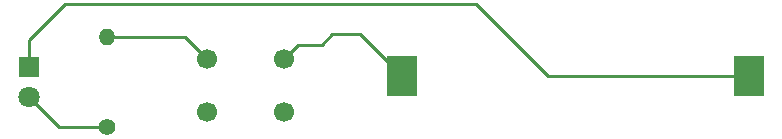
<source format=gtl>
%TF.GenerationSoftware,KiCad,Pcbnew,(6.0.0-0)*%
%TF.CreationDate,2022-03-01T22:49:57-05:00*%
%TF.ProjectId,Project 1 - LED Torch,50726f6a-6563-4742-9031-202d204c4544,rev?*%
%TF.SameCoordinates,Original*%
%TF.FileFunction,Copper,L1,Top*%
%TF.FilePolarity,Positive*%
%FSLAX46Y46*%
G04 Gerber Fmt 4.6, Leading zero omitted, Abs format (unit mm)*
G04 Created by KiCad (PCBNEW (6.0.0-0)) date 2022-03-01 22:49:57*
%MOMM*%
%LPD*%
G01*
G04 APERTURE LIST*
%TA.AperFunction,ComponentPad*%
%ADD10R,1.800000X1.800000*%
%TD*%
%TA.AperFunction,ComponentPad*%
%ADD11C,1.800000*%
%TD*%
%TA.AperFunction,ComponentPad*%
%ADD12C,1.700000*%
%TD*%
%TA.AperFunction,ComponentPad*%
%ADD13C,1.400000*%
%TD*%
%TA.AperFunction,ComponentPad*%
%ADD14O,1.400000X1.400000*%
%TD*%
%TA.AperFunction,SMDPad,CuDef*%
%ADD15R,2.540000X3.510000*%
%TD*%
%TA.AperFunction,Conductor*%
%ADD16C,0.250000*%
%TD*%
G04 APERTURE END LIST*
D10*
%TO.P,D1,1,K*%
%TO.N,/LED Cathode*%
X115570000Y-104648000D03*
D11*
%TO.P,D1,2,A*%
%TO.N,/Anode*%
X115570000Y-107188000D03*
%TD*%
D12*
%TO.P,SW1,4*%
%TO.N,N/C*%
X137108000Y-108422000D03*
%TO.P,SW1,3*%
X130608000Y-108422000D03*
%TO.P,SW1,2,B*%
%TO.N,/bat_pos*%
X137108000Y-103922000D03*
%TO.P,SW1,1,A*%
%TO.N,Net-(R1-Pad2)*%
X130608000Y-103922000D03*
%TD*%
D13*
%TO.P,R1,1*%
%TO.N,/Anode*%
X122174000Y-109728000D03*
D14*
%TO.P,R1,2*%
%TO.N,Net-(R1-Pad2)*%
X122174000Y-102108000D03*
%TD*%
D15*
%TO.P,BT1,1,+*%
%TO.N,/bat_pos*%
X147118000Y-105410000D03*
%TO.P,BT1,2,-*%
%TO.N,/LED Cathode*%
X176478000Y-105410000D03*
%TD*%
D16*
%TO.N,/LED Cathode*%
X115570000Y-104648000D02*
X115570000Y-102362000D01*
X115570000Y-102362000D02*
X118618000Y-99314000D01*
X118618000Y-99314000D02*
X153416000Y-99314000D01*
X153416000Y-99314000D02*
X159512000Y-105410000D01*
X159512000Y-105410000D02*
X176478000Y-105410000D01*
%TO.N,/Anode*%
X115570000Y-107188000D02*
X118110000Y-109728000D01*
X118110000Y-109728000D02*
X122174000Y-109728000D01*
%TO.N,/bat_pos*%
X140349950Y-102728050D02*
X141224000Y-101854000D01*
X141224000Y-101854000D02*
X143562000Y-101854000D01*
X138301950Y-102728050D02*
X140349950Y-102728050D01*
X137108000Y-103922000D02*
X138301950Y-102728050D01*
X143562000Y-101854000D02*
X147118000Y-105410000D01*
%TO.N,Net-(R1-Pad2)*%
X122174000Y-102108000D02*
X128794000Y-102108000D01*
X128794000Y-102108000D02*
X130608000Y-103922000D01*
%TD*%
M02*

</source>
